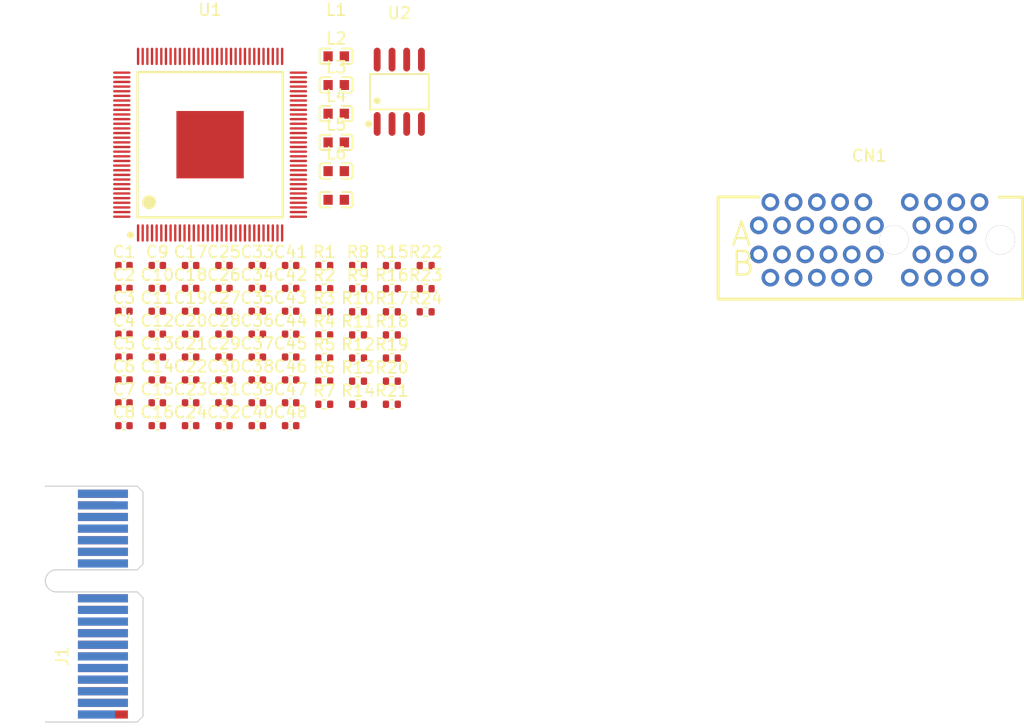
<source format=kicad_pcb>
(kicad_pcb (version 20221018) (generator pcbnew)
  (layers (0 "F.Cu" signal) (31 "B.Cu" signal) (34 "B.Paste" user) (35 "F.Paste" user) (36 "B.SilkS" user "B.Silkscreen") (37 "F.SilkS" user "F.Silkscreen") (38 "B.Mask" user) (39 "F.Mask" user) (44 "Edge.Cuts" user))
  (net 0 "")
  (net 1 "GND")
  (net 2 "/PCIE_SWITCH/+1.0V")
  (net 3 "/PCIE_SWITCH/+CVDDR")
  (net 4 "/PCIE_SWITCH/3.3V_PCIE")
  (net 5 "/PCIE_SWITCH/PCIE_RX_P")
  (net 6 "/PCIE_SWITCH/PET(0)_P")
  (net 7 "/PCIE_SWITCH/PCIE_RX_N")
  (net 8 "/PCIE_SWITCH/PET(0)_N")
  (net 9 "/PCIE_SWITCH/+VDDCAUX")
  (net 10 "/PCIE_SWITCH/+AVDDH")
  (net 11 "/PCIE_SWITCH/+AVDD")
  (net 12 "/PCIE_SWITCH/+VAUX")
  (net 13 "/PCIE_SWITCH/U1-REFLCOK_P")
  (net 14 "/PCIE_SWITCH/REFCLKO0_P")
  (net 15 "/PCIE_SWITCH/U1-REFLCOK_N")
  (net 16 "/PCIE_SWITCH/REFCLKO0_N")
  (net 17 "/PCIE_SWITCH/PET(1)_P")
  (net 18 "/PCIE_SWITCH/PCIe_TX_P(1)")
  (net 19 "/PCIE_SWITCH/PET(2)_P")
  (net 20 "/PCIE_SWITCH/PCIe_TX_P(2)")
  (net 21 "/PCIE_SWITCH/REFCLK(2)_N")
  (net 22 "/PCIE_SWITCH/REFCLCK_N(2)")
  (net 23 "/PCIE_SWITCH/PET(3)_P")
  (net 24 "/PCIE_SWITCH/PCIe_TX_P(3)")
  (net 25 "/PCIE_SWITCH/REFCLK(3)_N")
  (net 26 "/PCIE_SWITCH/REFCLCK_N(3)")
  (net 27 "/PCIE_SWITCH/REFCLK(1)_N")
  (net 28 "/PCIE_SWITCH/REFCLCK_N(1)")
  (net 29 "/PCIE_SWITCH/REFCLK(2)_P")
  (net 30 "/PCIE_SWITCH/REFCLCK_P(2)")
  (net 31 "/PCIE_SWITCH/REFCLK(3)_P")
  (net 32 "/PCIE_SWITCH/REFCLCK_P(3)")
  (net 33 "/PCIE_SWITCH/PET(1)_N")
  (net 34 "/PCIE_SWITCH/PCIe_TX_N(1)")
  (net 35 "/PCIE_SWITCH/REFCLK(1)_P")
  (net 36 "/PCIE_SWITCH/REFCLCK_P(1)")
  (net 37 "/PCIE_SWITCH/PET(2)_N")
  (net 38 "/PCIE_SWITCH/PCIe_TX_N(2)")
  (net 39 "/PCIE_SWITCH/PET(3)_N")
  (net 40 "/PCIE_SWITCH/PCIe_TX_N(3)")
  (net 42 "/PCIE_UPSTREAM/12V-PCIE")
  (net 47 "/PCIE_UPSTREAM/3.3V-PCIE")
  (net 48 "/PCIE_DOWNSTREAM/+12V")
  (net 50 "/PCIE_DOWNSTREAM/+3.3V")
  (net 51 "/PCIE_DOWNSTREAM/+3.3VAux")
  (net 52 "/PCIE_DOWNSTREAM/PCIE_n_CLK_REQ")
  (net 57 "/PCIE_DOWNSTREAM/PCIE_TX_P")
  (net 61 "/PCIE_SWITCH/+3.3V")
  (net 62 "/PCIE_SWITCH/CLOCKREQ_(0)")
  (net 63 "Net-(U1-TEST1)")
  (net 64 "Net-(U1-TEST2)")
  (net 65 "Net-(U1-TEST3)")
  (net 66 "Net-(U1-TEST5)")
  (net 67 "Net-(U1-SLOTCLK)")
  (net 68 "Net-(U1-GPIO[5])")
  (net 69 "Net-(U1-GPIO[6])")
  (net 70 "Net-(U1-GPIO[7])")
  (net 71 "Net-(U1-TEST6)")
  (net 72 "Net-(U1-PL_512B)")
  (net 73 "Net-(U1-PRSNT[1])")
  (net 74 "Net-(U1-PRSNT[2])")
  (net 75 "Net-(U1-PRSNT[3])")
  (net 76 "Net-(U1-IREF)")
  (net 77 "Net-(U1-REXT)")
  (net 78 "Net-(U1-REXT_GND)")
  (net 79 "Net-(U1-TRST_L)")
  (net 80 "Net-(U1-TMS)")
  (net 81 "/PCIE_SWITCH/EEPD")
  (net 82 "/PCIE_SWITCH/EECLK")
  (net 83 "/PCIE_SWITCH/CLOCKREQ_(1)")
  (net 84 "/PCIE_SWITCH/CLOCKREQ_(2)")
  (net 85 "/PCIE_SWITCH/CLOCKREQ_(3)")
  (net 86 "Net-(U2-~{WC})")
  (net 87 "/PCIE_SWITCH/DWNRST_L(1)")
  (net 88 "/PCIE_SWITCH/DWNRST_L(2)")
  (net 89 "/PCIE_SWITCH/DWNRST_L(3)")
  (net 90 "/PCIE_SWITCH/PERST_L")
  (net 94 "/PCIE_SWITCH/IO_SCL")
  (net 95 "/PCIE_SWITCH/IO_SDA")
  (net 116 "/PCIE_SWITCH/REFCLK(0)_N")
  (net 117 "/PCIE_SWITCH/REFCLK(0)_P")
  (net 121 "/PCIE_SWITCH/PER(1)_P")
  (net 122 "/PCIE_SWITCH/PER(1)_N")
  (net 123 "/PCIE_SWITCH/PER(2)_P")
  (net 124 "/PCIE_SWITCH/PER(2)_N")
  (net 126 "/PCIE_SWITCH/PER(3)_N")
  (net 127 "/PCIE_SWITCH/PER(3)_P")
  (net 128 "/PCIE_SWITCH/PER(0)_N")
  (net 129 "/PCIE_SWITCH/PER(0)_P")
  (net 133 "/PCIE_DOWNSTREAM/PCIE_TX_N")
  (net 135 "/PCIE_DOWNSTREAM/PCIE_RX_N")
  (net 136 "/PCIE_DOWNSTREAM/PCIE_RX_P")
  (net 137 "/PCIE_DOWNSTREAM/REF_CLK_N")
  (net 138 "/PCIE_DOWNSTREAM/REF_CLK_P")
  (net 139 "/PCIE_DOWNSTREAM/PCIE_N_RESET")
  (net 142 "/PCIE_SWITCH/1.0Vaux")
  (net 143 "/PCIE_SWITCH/3.3Vaux")
  (footprint "Capacitor_SMD:C_0402_1005Metric" (layer "F.Cu") (at 78.2 74.7)
    (fp_text reference "C22" (at 0 -1.16) (layer "F.SilkS"))
    (fp_text value "100n")
    (pad "1" smd roundrect (at -0.48 0) (size 0.56 0.62) (layers "F.Cu" "F.Paste" "F.Mask") (net 1 "GND"))
    (pad "2" smd roundrect (at 0.48 0) (size 0.56 0.62) (layers "F.Cu" "F.Paste" "F.Mask") (net 2 "/PCIE_SWITCH/+1.0V"))
  )
  (footprint "Resistor_SMD:R_0402_1005Metric" (layer "F.Cu") (at 89.7 68.84)
    (fp_text reference "R3" (at 0 -1.17) (layer "F.SilkS"))
    (fp_text value "5.1k")
    (pad "1" smd roundrect (at -0.51 0) (size 0.54 0.64) (layers "F.Cu" "F.Paste" "F.Mask") (net 4 "/PCIE_SWITCH/3.3V_PCIE"))
    (pad "2" smd roundrect (at 0.51 0) (size 0.54 0.64) (layers "F.Cu" "F.Paste" "F.Mask") (net 64 "Net-(U1-TEST2)"))
  )
  (footprint "Capacitor_SMD:C_0402_1005Metric" (layer "F.Cu") (at 83.94 68.79)
    (fp_text reference "C35" (at 0 -1.16) (layer "F.SilkS"))
    (fp_text value "100n")
    (pad "1" smd roundrect (at -0.48 0) (size 0.56 0.62) (layers "F.Cu" "F.Paste" "F.Mask") (net 15 "/PCIE_SWITCH/U1-REFLCOK_N"))
    (pad "2" smd roundrect (at 0.48 0) (size 0.56 0.62) (layers "F.Cu" "F.Paste" "F.Mask") (net 16 "/PCIE_SWITCH/REFCLKO0_N"))
  )
  (footprint "Capacitor_SMD:C_0402_1005Metric" (layer "F.Cu") (at 86.81 66.82)
    (fp_text reference "C42" (at 0 -1.16) (layer "F.SilkS"))
    (fp_text value "100n")
    (pad "1" smd roundrect (at -0.48 0) (size 0.56 0.62) (layers "F.Cu" "F.Paste" "F.Mask") (net 29 "/PCIE_SWITCH/REFCLK(2)_P"))
    (pad "2" smd roundrect (at 0.48 0) (size 0.56 0.62) (layers "F.Cu" "F.Paste" "F.Mask") (net 30 "/PCIE_SWITCH/REFCLCK_P(2)"))
  )
  (footprint "Resistor_SMD:R_0402_1005Metric" (layer "F.Cu") (at 89.7 74.81)
    (fp_text reference "R6" (at 0 -1.17) (layer "F.SilkS"))
    (fp_text value "330")
    (pad "1" smd roundrect (at -0.51 0) (size 0.54 0.64) (layers "F.Cu" "F.Paste" "F.Mask") (net 4 "/PCIE_SWITCH/3.3V_PCIE"))
    (pad "2" smd roundrect (at 0.51 0) (size 0.54 0.64) (layers "F.Cu" "F.Paste" "F.Mask") (net 67 "Net-(U1-SLOTCLK)"))
  )
  (footprint "NEW:L0603" (layer "F.Cu") (at 90.73 59.2)
    (fp_text reference "L6" (at 0 -4) (layer "F.SilkS"))
    (fp_text value "MPZ1608D101BTA00")
    (pad "1" smd rect (at -0.7 0 180) (size 0.8 0.86) (layers "F.Cu" "F.Paste" "F.Mask") (net 11 "/PCIE_SWITCH/+AVDD"))
    (pad "2" smd rect (at 0.7 0 180) (size 0.8 0.86) (layers "F.Cu" "F.Paste" "F.Mask") (net 2 "/PCIE_SWITCH/+1.0V"))
  )
  (footprint "Capacitor_SMD:C_0402_1005Metric" (layer "F.Cu") (at 72.46 78.64)
    (fp_text reference "C8" (at 0 -1.16) (layer "F.SilkS"))
    (fp_text value "100n")
    (pad "1" smd roundrect (at -0.48 0) (size 0.56 0.62) (layers "F.Cu" "F.Paste" "F.Mask") (net 3 "/PCIE_SWITCH/+CVDDR"))
    (pad "2" smd roundrect (at 0.48 0) (size 0.56 0.62) (layers "F.Cu" "F.Paste" "F.Mask") (net 1 "GND"))
  )
  (footprint "Resistor_SMD:R_0402_1005Metric" (layer "F.Cu") (at 89.7 66.85)
    (fp_text reference "R2" (at 0 -1.17) (layer "F.SilkS"))
    (fp_text value "5.1k")
    (pad "1" smd roundrect (at -0.51 0) (size 0.54 0.64) (layers "F.Cu" "F.Paste" "F.Mask") (net 4 "/PCIE_SWITCH/3.3V_PCIE"))
    (pad "2" smd roundrect (at 0.51 0) (size 0.54 0.64) (layers "F.Cu" "F.Paste" "F.Mask") (net 63 "Net-(U1-TEST1)"))
  )
  (footprint "Capacitor_SMD:C_0402_1005Metric" (layer "F.Cu") (at 72.46 76.67)
    (fp_text reference "C7" (at 0 -1.16) (layer "F.SilkS"))
    (fp_text value "100n")
    (pad "1" smd roundrect (at -0.48 0) (size 0.56 0.62) (layers "F.Cu" "F.Paste" "F.Mask") (net 1 "GND"))
    (pad "2" smd roundrect (at 0.48 0) (size 0.56 0.62) (layers "F.Cu" "F.Paste" "F.Mask") (net 2 "/PCIE_SWITCH/+1.0V"))
  )
  (footprint "Capacitor_SMD:C_0402_1005Metric" (layer "F.Cu") (at 72.46 74.7)
    (fp_text reference "C6" (at 0 -1.16) (layer "F.SilkS"))
    (fp_text value "100n")
    (pad "1" smd roundrect (at -0.48 0) (size 0.56 0.62) (layers "F.Cu" "F.Paste" "F.Mask") (net 4 "/PCIE_SWITCH/3.3V_PCIE"))
    (pad "2" smd roundrect (at 0.48 0) (size 0.56 0.62) (layers "F.Cu" "F.Paste" "F.Mask") (net 1 "GND"))
  )
  (footprint "NEW:L0603" (layer "F.Cu") (at 90.73 56.73)
    (fp_text reference "L5" (at 0 -4) (layer "F.SilkS"))
    (fp_text value "MPZ1608D101BTA00")
    (pad "1" smd rect (at -0.7 0 180) (size 0.8 0.86) (layers "F.Cu" "F.Paste" "F.Mask") (net 12 "/PCIE_SWITCH/+VAUX"))
    (pad "2" smd rect (at 0.7 0 180) (size 0.8 0.86) (layers "F.Cu" "F.Paste" "F.Mask") (net 143 "/PCIE_SWITCH/3.3Vaux"))
  )
  (footprint "Capacitor_SMD:C_0402_1005Metric" (layer "F.Cu") (at 86.81 70.76)
    (fp_text reference "C44" (at 0 -1.16) (layer "F.SilkS"))
    (fp_text value "100n")
    (pad "1" smd roundrect (at -0.48 0) (size 0.56 0.62) (layers "F.Cu" "F.Paste" "F.Mask") (net 33 "/PCIE_SWITCH/PET(1)_N"))
    (pad "2" smd roundrect (at 0.48 0) (size 0.56 0.62) (layers "F.Cu" "F.Paste" "F.Mask") (net 34 "/PCIE_SWITCH/PCIe_TX_N(1)"))
  )
  (footprint "Capacitor_SMD:C_0402_1005Metric" (layer "F.Cu") (at 75.33 76.67)
    (fp_text reference "C15" (at 0 -1.16) (layer "F.SilkS"))
    (fp_text value "100n")
    (pad "1" smd roundrect (at -0.48 0) (size 0.56 0.62) (layers "F.Cu" "F.Paste" "F.Mask") (net 7 "/PCIE_SWITCH/PCIE_RX_N"))
    (pad "2" smd roundrect (at 0.48 0) (size 0.56 0.62) (layers "F.Cu" "F.Paste" "F.Mask") (net 8 "/PCIE_SWITCH/PET(0)_N"))
  )
  (footprint "Capacitor_SMD:C_0402_1005Metric" (layer "F.Cu") (at 75.33 72.73)
    (fp_text reference "C13" (at 0 -1.16) (layer "F.SilkS"))
    (fp_text value "100n")
    (pad "1" smd roundrect (at -0.48 0) (size 0.56 0.62) (layers "F.Cu" "F.Paste" "F.Mask") (net 1 "GND"))
    (pad "2" smd roundrect (at 0.48 0) (size 0.56 0.62) (layers "F.Cu" "F.Paste" "F.Mask") (net 2 "/PCIE_SWITCH/+1.0V"))
  )
  (footprint "Resistor_SMD:R_0402_1005Metric" (layer "F.Cu") (at 92.61 74.81)
    (fp_text reference "R13" (at 0 -1.17) (layer "F.SilkS"))
    (fp_text value "1k")
    (pad "1" smd roundrect (at -0.51 0) (size 0.54 0.64) (layers "F.Cu" "F.Paste" "F.Mask") (net 1 "GND"))
    (pad "2" smd roundrect (at 0.51 0) (size 0.54 0.64) (layers "F.Cu" "F.Paste" "F.Mask") (net 74 "Net-(U1-PRSNT[2])"))
  )
  (footprint "Capacitor_SMD:C_0402_1005Metric" (layer "F.Cu") (at 78.2 68.79)
    (fp_text reference "C19" (at 0 -1.16) (layer "F.SilkS"))
    (fp_text value "100n")
    (pad "1" smd roundrect (at -0.48 0) (size 0.56 0.62) (layers "F.Cu" "F.Paste" "F.Mask") (net 9 "/PCIE_SWITCH/+VDDCAUX"))
    (pad "2" smd roundrect (at 0.48 0) (size 0.56 0.62) (layers "F.Cu" "F.Paste" "F.Mask") (net 1 "GND"))
  )
  (footprint "Resistor_SMD:R_0402_1005Metric" (layer "F.Cu") (at 95.52 70.83)
    (fp_text reference "R18" (at 0 -1.17) (layer "F.SilkS"))
    (fp_text value "330")
    (pad "1" smd roundrect (at -0.51 0) (size 0.54 0.64) (layers "F.Cu" "F.Paste" "F.Mask") (net 80 "Net-(U1-TMS)"))
    (pad "2" smd roundrect (at 0.51 0) (size 0.54 0.64) (layers "F.Cu" "F.Paste" "F.Mask") (net 1 "GND"))
  )
  (footprint "Resistor_SMD:R_0402_1005Metric" (layer "F.Cu") (at 95.52 68.84)
    (fp_text reference "R17" (at 0 -1.17) (layer "F.SilkS"))
    (fp_text value "330")
    (pad "1" smd roundrect (at -0.51 0) (size 0.54 0.64) (layers "F.Cu" "F.Paste" "F.Mask") (net 79 "Net-(U1-TRST_L)"))
    (pad "2" smd roundrect (at 0.51 0) (size 0.54 0.64) (layers "F.Cu" "F.Paste" "F.Mask") (net 1 "GND"))
  )
  (footprint "Capacitor_SMD:C_0402_1005Metric" (layer "F.Cu") (at 81.07 72.73)
    (fp_text reference "C29" (at 0 -1.16) (layer "F.SilkS"))
    (fp_text value "100n")
    (pad "1" smd roundrect (at -0.48 0) (size 0.56 0.62) (layers "F.Cu" "F.Paste" "F.Mask") (net 11 "/PCIE_SWITCH/+AVDD"))
    (pad "2" smd roundrect (at 0.48 0) (size 0.56 0.62) (layers "F.Cu" "F.Paste" "F.Mask") (net 1 "GND"))
  )
  (footprint "Capacitor_SMD:C_0402_1005Metric" (layer "F.Cu") (at 75.33 78.64)
    (fp_text reference "C16" (at 0 -1.16) (layer "F.SilkS"))
    (fp_text value "100n")
    (pad "1" smd roundrect (at -0.48 0) (size 0.56 0.62) (layers "F.Cu" "F.Paste" "F.Mask") (net 4 "/PCIE_SWITCH/3.3V_PCIE"))
    (pad "2" smd roundrect (at 0.48 0) (size 0.56 0.62) (layers "F.Cu" "F.Paste" "F.Mask") (net 1 "GND"))
  )
  (footprint "Capacitor_SMD:C_0402_1005Metric" (layer "F.Cu") (at 86.81 76.67)
    (fp_text reference "C47" (at 0 -1.16) (layer "F.SilkS"))
    (fp_text value "100n")
    (pad "1" smd roundrect (at -0.48 0) (size 0.56 0.62) (layers "F.Cu" "F.Paste" "F.Mask") (net 39 "/PCIE_SWITCH/PET(3)_N"))
    (pad "2" smd roundrect (at 0.48 0) (size 0.56 0.62) (layers "F.Cu" "F.Paste" "F.Mask") (net 40 "/PCIE_SWITCH/PCIe_TX_N(3)"))
  )
  (footprint "Capacitor_SMD:C_0402_1005Metric" (layer "F.Cu") (at 83.94 64.85)
    (fp_text reference "C33" (at 0 -1.16) (layer "F.SilkS"))
    (fp_text value "10u")
    (pad "1" smd roundrect (at -0.48 0) (size 0.56 0.62) (layers "F.Cu" "F.Paste" "F.Mask") (net 11 "/PCIE_SWITCH/+AVDD"))
    (pad "2" smd roundrect (at 0.48 0) (size 0.56 0.62) (layers "F.Cu" "F.Paste" "F.Mask") (net 1 "GND"))
  )
  (footprint "Capacitor_SMD:C_0402_1005Metric" (layer "F.Cu") (at 72.46 70.76)
    (fp_text reference "C4" (at 0 -1.16) (layer "F.SilkS"))
    (fp_text value "100n")
    (pad "1" smd roundrect (at -0.48 0) (size 0.56 0.62) (layers "F.Cu" "F.Paste" "F.Mask") (net 1 "GND"))
    (pad "2" smd roundrect (at 0.48 0) (size 0.56 0.62) (layers "F.Cu" "F.Paste" "F.Mask") (net 2 "/PCIE_SWITCH/+1.0V"))
  )
  (footprint "Resistor_SMD:R_0402_1005Metric" (layer "F.Cu") (at 92.61 64.86)
    (fp_text reference "R8" (at 0 -1.17) (layer "F.SilkS"))
    (fp_text value "10k")
    (pad "1" smd roundrect (at -0.51 0) (size 0.54 0.64) (layers "F.Cu" "F.Paste" "F.Mask") (net 69 "Net-(U1-GPIO[6])"))
    (pad "2" smd roundrect (at 0.51 0) (size 0.54 0.64) (layers "F.Cu" "F.Paste" "F.Mask") (net 1 "GND"))
  )
  (footprint "Capacitor_SMD:C_0402_1005Metric" (layer "F.Cu") (at 81.07 78.64)
    (fp_text reference "C32" (at 0 -1.16) (layer "F.SilkS"))
    (fp_text value "100n")
    (pad "1" smd roundrect (at -0.48 0) (size 0.56 0.62) (layers "F.Cu" "F.Paste" "F.Mask") (net 11 "/PCIE_SWITCH/+AVDD"))
    (pad "2" smd roundrect (at 0.48 0) (size 0.56 0.62) (layers "F.Cu" "F.Paste" "F.Mask") (net 1 "GND"))
  )
  (footprint "Capacitor_SMD:C_0402_1005Metric" (layer "F.Cu") (at 75.33 70.76)
    (fp_text reference "C12" (at 0 -1.16) (layer "F.SilkS"))
    (fp_text value "100n")
    (pad "1" smd roundrect (at -0.48 0) (size 0.56 0.62) (layers "F.Cu" "F.Paste" "F.Mask") (net 4 "/PCIE_SWITCH/3.3V_PCIE"))
    (pad "2" smd roundrect (at 0.48 0) (size 0.56 0.62) (layers "F.Cu" "F.Paste" "F.Mask") (net 1 "GND"))
  )
  (footprint "Capacitor_SMD:C_0402_1005Metric" (layer "F.Cu") (at 75.33 66.82)
    (fp_text reference "C10" (at 0 -1.16) (layer "F.SilkS"))
    (fp_text value "100n")
    (pad "1" smd roundrect (at -0.48 0) (size 0.56 0.62) (layers "F.Cu" "F.Paste" "F.Mask") (net 1 "GND"))
    (pad "2" smd roundrect (at 0.48 0) (size 0.56 0.62) (layers "F.Cu" "F.Paste" "F.Mask") (net 2 "/PCIE_SWITCH/+1.0V"))
  )
  (footprint "Capacitor_SMD:C_0402_1005Metric" (layer "F.Cu") (at 72.46 66.82)
    (fp_text reference "C2" (at 0 -1.16) (layer "F.SilkS"))
    (fp_text value "100n")
    (pad "1" smd roundrect (at -0.48 0) (size 0.56 0.62) (layers "F.Cu" "F.Paste" "F.Mask") (net 3 "/PCIE_SWITCH/+CVDDR"))
    (pad "2" smd roundrect (at 0.48 0) (size 0.56 0.62) (layers "F.Cu" "F.Paste" "F.Mask") (net 1 "GND"))
  )
  (footprint "Capacitor_SMD:C_0402_1005Metric" (layer "F.Cu") (at 72.46 64.85)
    (fp_text reference "C1" (at 0 -1.16) (layer "F.SilkS"))
    (fp_text value "100n")
    (pad "1" smd roundrect (at -0.48 0) (size 0.56 0.62) (layers "F.Cu" "F.Paste" "F.Mask") (net 1 "GND"))
    (pad "2" smd roundrect (at 0.48 0) (size 0.56 0.62) (layers "F.Cu" "F.Paste" "F.Mask") (net 2 "/PCIE_SWITCH/+1.0V"))
  )
  (footprint "Capacitor_SMD:C_0402_1005Metric" (layer "F.Cu") (at 83.94 74.7)
    (fp_text reference "C38" (at 0 -1.16) (layer "F.SilkS"))
    (fp_text value "100n")
    (pad "1" smd roundrect (at -0.48 0) (size 0.56 0.62) (layers "F.Cu" "F.Paste" "F.Mask") (net 21 "/PCIE_SWITCH/REFCLK(2)_N"))
    (pad "2" smd roundrect (at 0.48 0) (size 0.56 0.62) (layers "F.Cu" "F.Paste" "F.Mask") (net 22 "/PCIE_SWITCH/REFCLCK_N(2)"))
  )
  (footprint "Capacitor_SMD:C_0402_1005Metric" (layer "F.Cu") (at 81.07 74.7)
    (fp_text reference "C30" (at 0 -1.16) (layer "F.SilkS"))
    (fp_text value "100n")
    (pad "1" smd roundrect (at -0.48 0) (size 0.56 0.62) (layers "F.Cu" "F.Paste" "F.Mask") (net 12 "/PCIE_SWITCH/+VAUX"))
    (pad "2" smd roundrect (at 0.48 0) (size 0.56 0.62) (layers "F.Cu" "F.Paste" "F.Mask") (net 1 "GND"))
  )
  (footprint "Resistor_SMD:R_0402_1005Metric" (layer "F.Cu") (at 89.7 76.8)
    (fp_text reference "R7" (at 0 -1.17) (layer "F.SilkS"))
    (fp_text value "10k")
    (pad "1" smd roundrect (at -0.51 0) (size 0.54 0.64) (layers "F.Cu" "F.Paste" "F.Mask") (net 68 "Net-(U1-GPIO[5])"))
    (pad "2" smd roundrect (at 0.51 0) (size 0.54 0.64) (layers "F.Cu" "F.Paste" "F.Mask") (net 1 "GND"))
  )
  (footprint "Resistor_SMD:R_0402_1005Metric" (layer "F.Cu") (at 92.61 66.85)
    (fp_text reference "R9" (at 0 -1.17) (layer "F.SilkS"))
    (fp_text value "10k")
    (pad "1" smd roundrect (at -0.51 0) (size 0.54 0.64) (layers "F.Cu" "F.Paste" "F.Mask") (net 70 "Net-(U1-GPIO[7])"))
    (pad "2" smd roundrect (at 0.51 0) (size 0.54 0.64) (layers "F.Cu" "F.Paste" "F.Mask") (net 1 "GND"))
  )
  (footprint "Resistor_SMD:R_0402_1005Metric" (layer "F.Cu") (at 98.43 64.86)
    (fp_text reference "R22" (at 0 -1.17) (layer "F.SilkS"))
    (fp_text value "330")
    (pad "1" smd roundrect (at -0.51 0) (size 0.54 0.64) (layers "F.Cu" "F.Paste" "F.Mask") (net 84 "/PCIE_SWITCH/CLOCKREQ_(2)"))
    (pad "2" smd roundrect (at 0.51 0) (size 0.54 0.64) (layers "F.Cu" "F.Paste" "F.Mask") (net 1 "GND"))
  )
  (footprint "Resistor_SMD:R_0402_1005Metric" (layer "F.Cu") (at 95.52 76.8)
    (fp_text reference "R21" (at 0 -1.17) (layer "F.SilkS"))
    (fp_text value "330")
    (pad "1" smd roundrect (at -0.51 0) (size 0.54 0.64) (layers "F.Cu" "F.Paste" "F.Mask") (net 83 "/PCIE_SWITCH/CLOCKREQ_(1)"))
    (pad "2" smd roundrect (at 0.51 0) (size 0.54 0.64) (layers "F.Cu" "F.Paste" "F.Mask") (net 1 "GND"))
  )
  (footprint "Connector_PCBEdge:BUS_PCIexpress_x1" (layer "F.Cu") (at 70.65 103.5 90)
    (fp_text reference "J1" (at 5 -3.5 90) (layer "F.SilkS"))
    (fp_text value "Bus_PCI_Express_x1")
    (fp_line (start -0.65 -4.95) (end -0.65 2.95) (stroke (width 0.1)) (layer "Edge.Cuts"))
    (fp_line (start -0.65 2.95) (end -0.15 3.45) (stroke (width 0.1)) (layer "Edge.Cuts"))
    (fp_line (start -0.15 3.45) (end 10.05 3.45) (stroke (width 0.1)) (layer "Edge.Cuts"))
    (fp_line (start 10.55 -4) (end 10.55 2.95) (stroke (width 0.1)) (layer "Edge.Cuts"))
    (fp_line (start 10.55 2.95) (end 10.05 3.45) (stroke (width 0.1)) (layer "Edge.Cuts"))
    (fp_line (start 12.45 -4) (end 12.45 2.95) (stroke (width 0.1)) (layer "Edge.Cuts"))
    (fp_line (start 12.45 2.95) (end 12.95 3.45) (stroke (width 0.1)) (layer "Edge.Cuts"))
    (fp_line (start 12.95 3.45) (end 19.15 3.45) (stroke (width 0.1)) (layer "Edge.Cuts"))
    (fp_line (start 19.65 -4.95) (end 19.65 2.95) (stroke (width 0.1)) (layer "Edge.Cuts"))
    (fp_line (start 19.65 2.95) (end 19.15 3.45) (stroke (width 0.1)) (layer "Edge.Cuts"))
    (fp_arc (start 10.55 -4) (mid 11.5 -4.95) (end 12.45 -4) (stroke (width 0.1)) (layer "Edge.Cuts"))
    (pad "A1" connect rect (at 0 -0.55 90) (size 0.7 3.2) (layers "B.Cu" "B.Mask"))
    (pad "A2" connect rect (at 1 0 90) (size 0.7 4.3) (layers "B.Cu" "B.Mask") (net 42 "/PCIE_UPSTREAM/12V-PCIE"))
    (pad "A3" connect rect (at 2 0 90) (size 0.7 4.3) (layers "B.Cu" "B.Mask") (net 42 "/PCIE_UPSTREAM/12V-PCIE"))
    (pad "A4" connect rect (at 3 0 90) (size 0.7 4.3) (layers "B.Cu" "B.Mask") (net 1 "GND"))
    (pad "A5" connect rect (at 4 0 90) (size 0.7 4.3) (layers "B.Cu" "B.Mask"))
    (pad "A6" connect rect (at 5 0 90) (size 0.7 4.3) (layers "B.Cu" "B.Mask"))
    (pad "A7" connect rect (at 6 0 90) (size 0.7 4.3) (layers "B.Cu" "B.Mask"))
    (pad "A8" connect rect (at 7 0 90) (size 0.7 4.3) (layers "B.Cu" "B.Mask"))
    (pad "A9" connect rect (at 8 0 90) (size 0.7 4.3) (layers "B.Cu" "B.Mask") (net 47 "/PCIE_UPSTREAM/3.3V-PCIE"))
    (pad "A10" connect rect (at 9 0 90) (size 0.7 4.3) (layers "B.Cu" "B.Mask") (net 47 "/PCIE_UPSTREAM/3.3V-PCIE"))
    (pad "A11" connect rect (at 10 0 90) (size 0.7 4.3) (layers "B.Cu" "B.Mask") (net 90 "/PCIE_SWITCH/PERST_L"))
    (pad "A12" connect rect (at 13 0 90) (size 0.7 4.3) (layers "B.Cu" "B.Mask") (net 1 "GND"))
    (pad "A13" connect rect (at 14 0 90) (size 0.7 4.3) (layers "B.Cu" "B.Mask") (net 116 "/PCIE_SWITCH/REFCLK(0)_N"))
    (pad "A14" connect rect (at 15 0 90) (size 0.7 4.3) (layers "B.Cu" "B.Mask") (net 117 "/PCIE_SWITCH/REFCLK(0)_P"))
    (pad "A15" connect rect (at 16 0 90) (size 0.7 4.3) (layers "B.Cu" "B.Mask") (net 1 "GND"))
    (pad "A16" connect rect (at 17 0 90) (size 0.7 4.3) (layers "B.Cu" "B.Mask") (net 129 "/PCIE_SWITCH/PER(0)_P"))
    (pad "A17" connect rect (at 18 0 90) (size 0.7 4.3) (layers "B.Cu" "B.Mask") (net 128 "/PCIE_SWITCH/PER(0)_N"))
    (pad "A18" connect rect (at 19 0 90) (size 0.7 4.3) (layers "B.Cu" "B.Mask") (net 1 "GND"))
    (pad "B1" connect rect (at 0 0 90) (size 0.7 4.3) (layers "F.Cu" "F.Mask") (net 42 "/PCIE_UPSTREAM/12V-PCIE"))
    (pad "B2" connect rect (at 1 0 90) (size 0.7 4.3) (layers "F.Cu" "F.Mask") (net 42 "/PCIE_UPSTREAM/12V-PCIE"))
    (pad "B3" connect rect (at 2 0 90) (size 0.7 4.3) (layers "F.Cu" "F.Mask") (net 42 "/PCIE_UPSTREAM/12V-PCIE"))
    (pad "B4" connect rect (at 3 0 90) (size 0.7 4.3) (layers "F.Cu" "F.Mask") (net 1 "GND"))
    (pad "B5" connect rect (at 4 0 90) (size 0.7 4.3) (layers "F.Cu" "F.Mask"))
    (pad "B6" connect rect (at 5 0 90) (size 0.7 4.3) (layers "F.Cu" "F.Mask"))
    (pad "B7" connect rect (at 6 0 90) (size 0.7 4.3) (layers "F.Cu" "F.Mask") (net 1 "GND"))
    (pad "B8" connect rect (at 7 0 90) (size 0.7 4.3) (layers "F.Cu" "F.Mask") (net 47 "/PCIE_UPSTREAM/3.3V-PCIE"))
    (pad "B9" connect rect (at 8 0 90) (size 0.7 4.3) (layers "F.Cu" "F.Mask"))
    (pad "B10" connect rect (at 9 0 90) (size 0.7 4.3) (layers "F.Cu" "F.Mask") (net 47 "/PCIE_UPSTREAM/3.3V-PCIE"))
    (pad "B11" connect rect (at 10 0 90) (size 0.7 4.3) (layers "F.Cu" "F.Mask"))
    (pad "B12" connect rect (at 13 0 90) (size 0.7 4.3) (layers "F.Cu" "F.Mask") (net 62 "/PCIE_SWITCH/CLOCKREQ_(0)"))
    (pad "B13" connect rect (at 14 0 90) (size 0.7 4.3) (layers "F.Cu" "F.Mask") (net 1 "GND"))
    (pad "B14" connect rect (at 15 0 90) (size 0.7 4.3) (layers "F.Cu" "F.Mask") (net 5 "/PCIE_SWITCH/PCIE_RX_P"))
    (pad "B15" connect rect (at 16 0 90) (size 0.7 4.3) (layers "F.Cu" "F.Mask") (net 7 "/PCIE_SWITCH/PCIE_RX_N"))
    (pad "B16" connect rect (at 17 0 90) (size 0.7 4.3) (layers "F.Cu" "F.Mask") (net 1 "GND"))
    (pad "B17" connect rect (at 18 -0.55 90) (size 0.7 3.2) (layers "F.Cu" "F.Mask"))
    (pad "B18" connect rect (at 19 0 90) (size 0.7 4.3) (layers "F.Cu" "F.Mask") (net 1 "GND"))
  )
  (footprint "Resistor_SMD:R_0402_1005Metric" (layer "F.Cu") (at 95.52 72.82)
    (fp_text reference "R19" (at 0 -1.17) (layer "F.SilkS"))
    (fp_text value "5.1k")
    (pad "1" smd roundrect (at -0.51 0) (size 0.54 0.64) (layers "F.Cu" "F.Paste" "F.Mask") (net 4 "/PCIE_SWITCH/3.3V_PCIE"))
    (pad "2" smd roundrect (at 0.51 0) (size 0.54 0.64) (layers "F.Cu" "F.Paste" "F.Mask") (net 81 "/PCIE_SWITCH/EEPD"))
  )
  (footprint "Capacitor_SMD:C_0402_1005Metric" (layer "F.Cu") (at 86.81 68.79)
    (fp_text reference "C43" (at 0 -1.16) (layer "F.SilkS"))
    (fp_text value "100n")
    (pad "1" smd roundrect (at -0.48 0) (size 0.56 0.62) (layers "F.Cu" "F.Paste" "F.Mask") (net 31 "/PCIE_SWITCH/REFCLK(3)_P"))
    (pad "2" smd roundrect (at 0.48 0) (size 0.56 0.62) (layers "F.Cu" "F.Paste" "F.Mask") (net 32 "/PCIE_SWITCH/REFCLCK_P(3)"))
  )
  (footprint "Resistor_SMD:R_0402_1005Metric" (layer "F.Cu") (at 98.43 66.85)
    (fp_text reference "R23" (at 0 -1.17) (layer "F.SilkS"))
    (fp_text value "330")
    (pad "1" smd roundrect (at -0.51 0) (size 0.54 0.64) (layers "F.Cu" "F.Paste" "F.Mask") (net 85 "/PCIE_SWITCH/CLOCKREQ_(3)"))
    (pad "2" smd roundrect (at 0.51 0) (size 0.54 0.64) (layers "F.Cu" "F.Paste" "F.Mask") (net 1 "GND"))
  )
  (footprint "Capacitor_SMD:C_0402_1005Metric" (layer "F.Cu") (at 81.07 66.82)
    (fp_text reference "C26" (at 0 -1.16) (layer "F.SilkS"))
    (fp_text value "100n")
    (pad "1" smd roundrect (at -0.48 0) (size 0.56 0.62) (layers "F.Cu" "F.Paste" "F.Mask") (net 10 "/PCIE_SWITCH/+AVDDH"))
    (pad "2" smd roundrect (at 0.48 0) (size 0.56 0.62) (layers "F.Cu" "F.Paste" "F.Mask") (net 1 "GND"))
  )
  (footprint "Capacitor_SMD:C_0402_1005Metric" (layer "F.Cu") (at 78.2 72.73)
    (fp_text reference "C21" (at 0 -1.16) (layer "F.SilkS"))
    (fp_text value "100n")
    (pad "1" smd roundrect (at -0.48 0) (size 0.56 0.62) (layers "F.Cu" "F.Paste" "F.Mask") (net 9 "/PCIE_SWITCH/+VDDCAUX"))
    (pad "2" smd roundrect (at 0.48 0) (size 0.56 0.62) (layers "F.Cu" "F.Paste" "F.Mask") (net 1 "GND"))
  )
  (footprint "NEW:L0603" (layer "F.Cu") (at 90.73 46.85)
    (fp_text reference "L1" (at 0 -4) (layer "F.SilkS"))
    (fp_text value "MPZ1608D101BTA00")
    (pad "1" smd rect (at -0.7 0 180) (size 0.8 0.86) (layers "F.Cu" "F.Paste" "F.Mask") (net 61 "/PCIE_SWITCH/+3.3V"))
    (pad "2" smd rect (at 0.7 0 180) (size 0.8 0.86) (layers "F.Cu" "F.Paste" "F.Mask") (net 4 "/PCIE_SWITCH/3.3V_PCIE"))
  )
  (footprint "Capacitor_SMD:C_0402_1005Metric" (layer "F.Cu") (at 75.33 68.79)
    (fp_text reference "C11" (at 0 -1.16) (layer "F.SilkS"))
    (fp_text value "100n")
    (pad "1" smd roundrect (at -0.48 0) (size 0.56 0.62) (layers "F.Cu" "F.Paste" "F.Mask") (net 3 "/PCIE_SWITCH/+CVDDR"))
    (pad "2" smd roundrect (at 0.48 0) (size 0.56 0.62) (layers "F.Cu" "F.Paste" "F.Mask") (net 1 "GND"))
  )
  (footprint "Resistor_SMD:R_0402_1005Metric" (layer "F.Cu") (at 95.52 64.86)
    (fp_text reference "R15" (at 0 -1.17) (layer "F.SilkS"))
    (fp_text value "475")
    (pad "1" smd roundrect (at -0.51 0) (size 0.54 0.64) (layers "F.Cu" "F.Paste" "F.Mask") (net 76 "Net-(U1-IREF)"))
    (pad "2" smd roundrect (at 0.51 0) (size 0.54 0.64) (layers "F.Cu" "F.Paste" "F.Mask") (net 1 "GND"))
  )
  (footprint "Capacitor_SMD:C_0402_1005Metric" (layer "F.Cu") (at 86.81 64.85)
    (fp_text reference "C41" (at 0 -1.16) (layer "F.SilkS"))
    (fp_text value "100n")
    (pad "1" smd roundrect (at -0.48 0) (size 0.56 0.62) (layers "F.Cu" "F.Paste" "F.Mask") (net 27 "/PCIE_SWITCH/REFCLK(1)_N"))
    (pad "2" smd roundrect (at 0.48 0) (size 0.56 0.62) (layers "F.Cu" "F.Paste" "F.Mask") (net 28 "/PCIE_SWITCH/REFCLCK_N(1)"))
  )
  (footprint "NEW:LQFP-128_L14.0-W14.0-P0.40-LS16.0-BL-EP5.8" (layer "F.Cu") (at 79.875 54.455)
    (fp_text reference "U1" (at 0 -11.6) (layer "F.SilkS"))
    (fp_text value "PI7C9X2G404SLBFDEX")
    (pad "1" smd oval (at -6.2 7.6) (size 0.2 1.5) (layers "F.Cu" "F.Paste" "F.Mask") (net 4 "/PCIE_SWITCH/3.3V_PCIE"))
    (pad "2" smd oval (at -5.8 7.6) (size 0.2 1.5) (layers "F.Cu" "F.Paste" "F.Mask") (net 1 "GND"))
    (pad "3" smd oval (at -5.4 7.6) (size 0.2 1.5) (layers "F.Cu" "F.Paste" "F.Mask") (net 2 "/PCIE_SWITCH/+1.0V"))
    (pad "4" smd oval (at -5 7.6) (size 0.2 1.5) (layers "F.Cu" "F.Paste" "F.Mask") (net 1 "GND"))
    (pad "5" smd oval (at -4.6 7.6) (size 0.2 1.5) (layers "F.Cu" "F.Paste" "F.Mask") (net 87 "/PCIE_SWITCH/DWNRST_L(1)"))
    (pad "6" smd oval (at -4.2 7.6) (size 0.2 1.5) (layers "F.Cu" "F.Paste" "F.Mask") (net 88 "/PCIE_SWITCH/DWNRST_L(2)"))
    (pad "7" smd oval (at -3.8 7.6) (size 0.2 1.5) (layers "F.Cu" "F.Paste" "F.Mask") (net 89 "/PCIE_SWITCH/DWNRST_L(3)"))
    (pad "8" smd oval (at -3.4 7.6) (size 0.2 1.5) (layers "F.Cu" "F.Paste" "F.Mask") (net 4 "/PCIE_SWITCH/3.3V_PCIE"))
    (pad "9" smd oval (at -3 7.6) (size 0.2 1.5) (layers "F.Cu" "F.Paste" "F.Mask") (net 63 "Net-(U1-TEST1)"))
    (pad "10" smd oval (at -2.6 7.6) (size 0.2 1.5) (layers "F.Cu" "F.Paste" "F.Mask") (net 90 "/PCIE_SWITCH/PERST_L"))
    (pad "11" smd oval (at -2.2 7.6) (size 0.2 1.5) (layers "F.Cu" "F.Paste" "F.Mask") (net 1 "GND"))
    (pad "12" smd oval (at -1.8 7.6) (size 0.2 1.5) (layers "F.Cu" "F.Paste" "F.Mask") (net 1 "GND"))
    (pad "13" smd oval (at -1.4 7.6) (size 0.2 1.5) (layers "F.Cu" "F.Paste" "F.Mask") (net 9 "/PCIE_SWITCH/+VDDCAUX"))
    (pad "14" smd oval (at -1 7.6) (size 0.2 1.5) (layers "F.Cu" "F.Paste" "F.Mask") (net 9 "/PCIE_SWITCH/+VDDCAUX"))
    (pad "15" smd oval (at -0.6 7.6) (size 0.2 1.5) (layers "F.Cu" "F.Paste" "F.Mask") (net 12 "/PCIE_SWITCH/+VAUX"))
    (pad "16" smd oval (at -0.2 7.6) (size 0.2 1.5) (layers "F.Cu" "F.Paste" "F.Mask") (net 64 "Net-(U1-TEST2)"))
    (pad "17" smd oval (at 0.2 7.6) (size 0.2 1.5) (layers "F.Cu" "F.Paste" "F.Mask") (net 65 "Net-(U1-TEST3)"))
    (pad "18" smd oval (at 0.6 7.6) (size 0.2 1.5) (layers "F.Cu" "F.Paste" "F.Mask"))
    (pad "19" smd oval (at 1 7.6) (size 0.2 1.5) (layers "F.Cu" "F.Paste" "F.Mask") (net 73 "Net-(U1-PRSNT[1])"))
    (pad "20" smd oval (at 1.4 7.6) (size 0.2 1.5) (layers "F.Cu" "F.Paste" "F.Mask") (net 74 "Net-(U1-PRSNT[2])"))
    (pad "21" smd oval (at 1.8 7.6) (size 0.2 1.5) (layers "F.Cu" "F.Paste" "F.Mask") (net 75 "Net-(U1-PRSNT[3])"))
    (pad "22" smd oval (at 2.2 7.6) (size 0.2 1.5) (layers "F.Cu" "F.Paste" "F.Mask"))
    (pad "23" smd oval (at 2.6 7.6) (size 0.2 1.5) (layers "F.Cu" "F.Paste" "F.Mask") (net 2 "/PCIE_SWITCH/+1.0V"))
    (pad "24" smd oval (at 3 7.6) (size 0.2 1.5) (layers "F.Cu" "F.Paste" "F.Mask"))
    (pad "25" smd oval (at 3.4 7.6) (size 0.2 1.5) (layers "F.Cu" "F.Paste" "F.Mask") (net 66 "Net-(U1-TEST5)"))
    (pad "26" smd oval (at 3.8 7.6) (size 0.2 1.5) (layers "F.Cu" "F.Paste" "F.Mask") (net 94 "/PCIE_SWITCH/IO_SCL"))
    (pad "27" smd oval (at 4.2 7.6) (size 0.2 1.5) (layers "F.Cu" "F.Paste" "F.Mask") (net 95 "/PCIE_SWITCH/IO_SDA"))
    (pad "28" smd oval (at 4.6 7.6) (size 0.2 1.5) (layers "F.Cu" "F.Paste" "F.Mask"))
    (pad "29" smd oval (at 5 7.6) (size 0.2 1.5) (layers "F.Cu" "F.Paste" "F.Mask") (net 2 "/PCIE_SWITCH/+1.0V"))
    (pad "30" smd oval (at 5.4 7.6) (size 0.2 1.5) (layers "F.Cu" "F.Paste" "F.Mask") (net 1 "GND"))
    (pad "31" smd oval (at 5.8 7.6) (size 0.2 1.5) (layers "F.Cu" "F.Paste" "F.Mask") (net 2 "/PCIE_SWITCH/+1.0V"))
    (pad "32" smd oval (at 6.2 7.6) (size 0.2 1.5) (layers "F.Cu" "F.Paste" "F.Mask") (net 1 "GND"))
    (pad "33" smd oval (at 7.6 6.2 90) (size 0.2 1.5) (layers "F.Cu" "F.Paste" "F.Mask") (net 67 "Net-(U1-SLOTCLK)"))
    (pad "34" smd oval (at 7.6 5.8 90) (size 0.2 1.5) (layers "F.Cu" "F.Paste" "F.Mask") (net 1 "GND"))
    (pad "35" smd oval (at 7.6 5.4 90) (size 0.2 1.5) (layers "F.Cu" "F.Paste" "F.Mask"))
    (pad "36" smd oval (at 7.6 5 90) (size 0.2 1.5) (layers "F.Cu" "F.Paste" "F.Mask"))
    (pad "37" smd oval (at 7.6 4.6 90) (size 0.2 1.5) (layers "F.Cu" "F.Paste" "F.Mask"))
    (pad "38" smd oval (at 7.6 4.2 90) (size 0.2 1.5) (layers "F.Cu" "F.Paste" "F.Mask"))
    (pad "39" smd oval (at 7.6 3.8 90) (size 0.2 1.5) (layers "F.Cu" "F.Paste" "F.Mask"))
    (pad "40" smd oval (at 7.6 3.4 90) (size 0.2 1.5) (layers "F.Cu" "F.Paste" "F.Mask") (net 2 "/PCIE_SWITCH/+1.0V"))
    (pad "41" smd oval (at 7.6 3 90) (size 0.2 1.5) (layers "F.Cu" "F.Paste" "F.Mask") (net 1 "GND"))
    (pad "42" smd oval (at 7.6 2.6 90) (size 0.2 1.5) (layers "F.Cu" "F.Paste" "F.Mask") (net 68 "Net-(U1-GPIO[5])"))
    (pad "43" smd oval (at 7.6 2.2 90) (size 0.2 1.5) (layers "F.Cu" "F.Paste" "F.Mask") (net 69 "Net-(U1-GPIO[6])"))
    (pad "44" smd oval (at 7.6 1.8 90) (size 0.2 1.5) (layers "F.Cu" "F.Paste" "F.Mask") (net 70 "Net-(U1-GPIO[7])"))
    (pad "45" smd oval (at 7.6 1.4 90) (size 0.2 1.5) (layers "F.Cu" "F.Paste" "F.Mask"))
    (pad "46" smd oval (at 7.6 1 90) (size 0.2 1.5) (layers "F.Cu" "F.Paste" "F.Mask"))
    (pad "47" smd oval (at 7.6 0.6 90) (size 0.2 1.5) (layers "F.Cu" "F.Paste" "F.Mask"))
    (pad "48" smd oval (at 7.6 0.2 90) (size 0.2 1.5) (layers "F.Cu" "F.Paste" "F.Mask"))
    (pad "49" smd oval (at 7.6 -0.2 90) (size 0.2 1.5) (layers "F.Cu" "F.Paste" "F.Mask") (net 4 "/PCIE_SWITCH/3.3V_PCIE"))
    (pad "50" smd oval (at 7.6 -0.6 90) (size 0.2 1.5) (layers "F.Cu" "F.Paste" "F.Mask") (net 1 "GND"))
    (pad "51" smd oval (at 7.6 -1 90) (size 0.2 1.5) (layers "F.Cu" "F.Paste" "F.Mask") (net 71 "Net-(U1-TEST6)"))
    (pad "52" smd oval (at 7.6 -1.4 90) (size 0.2 1.5) (layers "F.Cu" "F.Paste" "F.Mask"))
    (pad "53" smd oval (at 7.6 -1.8 90) (size 0.2 1.5) (layers "F.Cu" "F.Paste" "F.Mask") (net 72 "Net-(U1-PL_512B)"))
    (pad "54" smd oval (at 7.6 -2.2 90) (size 0.2 1.5) (layers "F.Cu" "F.Paste" "F.Mask"))
    (pad "55" smd oval (at 7.6 -2.6 90) (size 0.2 1.5) (layers "F.Cu" "F.Paste" "F.Mask") (net 2 "/PCIE_SWITCH/+1.0V"))
    (pad "56" smd oval (at 7.6 -3 90) (size 0.2 1.5) (layers "F.Cu" "F.Paste" "F.Mask") (net 1 "GND"))
    (pad "57" smd oval (at 7.6 -3.4 90) (size 0.2 1.5) (layers "F.Cu" "F.Paste" "F.Mask"))
    (pad "58" smd oval (at 7.6 -3.8 90) (size 0.2 1.5) (layers "F.Cu" "F.Paste" "F.Mask"))
    (pad "59" smd oval (at 7.6 -4.2 90) (size 0.2 1.5) (layers "F.Cu" "F.Paste" "F.Mask"))
    (pad "60" smd oval (at 7.6 -4.6 90) (size 0.2 1.5) (layers "F.Cu" "F.Paste" "F.Mask"))
    (pad "61" smd oval (at 7.6 -5 90) (size 0.2 1.5) (layers "F.Cu" "F.Paste" "F.Mask") (net 1 "GND"))
    (pad "62" smd oval (at 7.6 -5.4 90) (size 0.2 1.5) (layers "F.Cu" "F.Paste" "F.Mask") (net 2 "/PCIE_SWITCH/+1.0V"))
    (pad "63" smd oval (at 7.6 -5.8 90) (size 0.2 1.5) (layers "F.Cu" "F.Paste" "F.Mask") (net 1 "GND"))
    (pad "64" smd oval (at 7.6 -6.2 90) (size 0.2 1.5) (layers "F.Cu" "F.Paste" "F.Mask") (net 4 "/PCIE_SWITCH/3.3V_PCIE"))
    (pad "65" smd oval (at 6.2 -7.6 180) (size 0.2 1.5) (layers "F.Cu" "F.Paste" "F.Mask") (net 2 "/PCIE_SWITCH/+1.0V"))
    (pad "66" smd oval (at 5.8 -7.6 180) (size 0.2 1.5) (layers "F.Cu" "F.Paste" "F.Mask") (net 1 "GND"))
    (pad "67" smd oval (at 5.4 -7.6 180) (size 0.2 1.5) (layers "F.Cu" "F.Paste" "F.Mask"))
    (pad "68" smd oval (at 5 -7.6 180) (size 0.2 1.5) (layers "F.Cu" "F.Paste" "F.Mask"))
    (pad "69" smd oval (at 4.6 -7.6 180) (size 0.2 1.5) (layers "F.Cu" "F.Paste" "F.Mask"))
    (pad "70" smd oval (at 4.2 -7.6 180) (size 0.2 1.5) (layers "F.Cu" "F.Paste" "F.Mask") (net 82 "/PCIE_SWITCH/EECLK"))
    (pad "71" smd oval (at 3.8 -7.6 180) (size 0.2 1.5) (layers "F.Cu" "F.Paste" "F.Mask") (net 81 "/PCIE_SWITCH/EEPD"))
    (pad "72" smd oval (at 3.4 -7.6 180) (size 0.2 1.5) (layers "F.Cu" "F.Paste" "F.Mask"))
    (pad "73" smd oval (at 3 -7.6 180) (size 0.2 1.5) (layers "F.Cu" "F.Paste" "F.Mask") (net 116 "/PCIE_SWITCH/REFCLK(0)_N"))
    (pad "74" smd oval (at 2.6 -7.6 180) (size 0.2 1.5) (layers "F.Cu" "F.Paste" "F.Mask") (net 117 "/PCIE_SWITCH/REFCLK(0)_P"))
    (pad "75" smd oval (at 2.2 -7.6 180) (size 0.2 1.5) (layers "F.Cu" "F.Paste" "F.Mask") (net 25 "/PCIE_SWITCH/REFCLK(3)_N"))
    (pad "76" smd oval (at 1.8 -7.6 180) (size 0.2 1.5) (layers "F.Cu" "F.Paste" "F.Mask") (net 31 "/PCIE_SWITCH/REFCLK(3)_P"))
    (pad "77" smd oval (at 1.4 -7.6 180) (size 0.2 1.5) (layers "F.Cu" "F.Paste" "F.Mask") (net 21 "/PCIE_SWITCH/REFCLK(2)_N"))
    (pad "78" smd oval (at 1 -7.6 180) (size 0.2 1.5) (layers "F.Cu" "F.Paste" "F.Mask") (net 29 "/PCIE_SWITCH/REFCLK(2)_P"))
    (pad "79" smd oval (at 0.6 -7.6 180) (size 0.2 1.5) (layers "F.Cu" "F.Paste" "F.Mask") (net 3 "/PCIE_SWITCH/+CVDDR"))
    (pad "80" smd oval (at 0.2 -7.6 180) (size 0.2 1.5) (layers "F.Cu" "F.Paste" "F.Mask") (net 27 "/PCIE_SWITCH/REFCLK(1)_N"))
    (pad "81" smd oval (at -0.2 -7.6 180) (size 0.2 1.5) (layers "F.Cu" "F.Paste" "F.Mask") (net 35 "/PCIE_SWITCH/REFCLK(1)_P"))
    (pad "82" smd oval (at -0.6 -7.6 180) (size 0.2 1.5) (layers "F.Cu" "F.Paste" "F.Mask") (net 3 "/PCIE_SWITCH/+CVDDR"))
    (pad "83" smd oval (at -1 -7.6 180) (size 0.2 1.5) (layers "F.Cu" "F.Paste" "F.Mask") (net 15 "/PCIE_SWITCH/U1-REFLCOK_N"))
    (pad "84" smd oval (at -1.4 -7.6 180) (size 0.2 1.5) (layers "F.Cu" "F.Paste" "F.Mask") (net 3 "/PCIE_SWITCH/+CVDDR"))
    (pad "85" smd oval (at -1.8 -7.6 180) (size 0.2 1.5) (layers "F.Cu" "F.Paste" "F.Mask") (net 13 "/PCIE_SWITCH/U1-REFLCOK_P"))
    (pad "86" smd oval (at -2.2 -7.6 180) (size 0.2 1.5) (layers "F.Cu" "F.Paste" "F.Mask") (net 76 "Net-(U1-IREF)"))
    (pad "87" smd oval (at -2.6 -7.6 180) (size 0.2 1.5) (layers "F.Cu" "F.Paste" "F.Mask") (net 1 "GND"))
    (pad "88" smd oval (at -3 -7.6 180) (size 0.2 1.5) (layers "F.Cu" "F.Paste" "F.Mask"))
    (pad "89" smd oval (at -3.4 -7.6 180) (size 0.2 1.5) (layers "F.Cu" "F.Paste" "F.Mask"))
    (pad "90" smd oval (at -3.8 -7.6 180) (size 0.2 1.5) (layers "F.Cu" "F.Paste" "F.Mask") (net 1 "GND"))
    (pad "91" smd oval (at -4.2 -7.6 180) (size 0.2 1.5) (layers "F.Cu" "F.Paste" "F.Mask") (net 2 "/PCIE_SWITCH/+1.0V"))
    (pad "92" smd oval (at -4.6 -7.6 180) (size 0.2 1.5) (layers "F.Cu" "F.Paste" "F.Mask") (net 80 "Net-(U1-TMS)"))
    (pad "93" smd oval (at -5 -7.6 180) (size 0.2 1.5) (layers "F.Cu" "F.Paste" "F.Mask"))
    (pad "94" smd oval (at -5.4 -7.6 180) (size 0.2 1.5) (layers "F.Cu" "F.Paste" "F.Mask") (net 79 "Net-(U1-TRST_L)"))
    (pad "95" smd oval (at -5.8 -7.6 180) (size 0.2 1.5) (layers "F.Cu" "F.Paste" "F.Mask") (net 1 "GND"))
    (pad "96" smd oval (at -6.2 -7.6 180) (size 0.2 1.5) (layers "F.Cu" "F.Paste" "F.Mask") (net 4 "/PCIE_SWITCH/3.3V_PCIE"))
    (pad "97" smd oval (at -7.6 -6.2 270) (size 0.2 1.5) (layers "F.Cu" "F.Paste" "F.Mask") (net 121 "/PCIE_SWITCH/PER(1)_P"))
    (pad "98" smd oval (at -7.6 -5.8 270) (size 0.2 1.5) (layers "F.Cu" "F.Paste" "F.Mask") (net 122 "/PCIE_SWITCH/PER(1)_N"))
    (pad "99" smd oval (at -7.6 -5.4 270) (size 0.2 1.5) (layers "F.Cu" "F.Paste" "F.Mask") (net 11 "/PCIE_SWITCH/+AVDD"))
    (pad "100" smd oval (at -7.6 -5 270) (size 0.2 1.5) (layers "F.Cu" "F.Paste" "F.Mask") (net 17 "/PCIE_SWITCH/PET(1)_P"))
    (pad "101" smd oval (at -7.6 -4.6 270) (size 0.2 1.5) (layers "F.Cu" "F.Paste" "F.Mask") (net 33 "/PCIE_SWITCH/PET(1)_N"))
    (pad "102" smd oval (at -7.6 -4.2 270) (size 0.2 1.5) (layers "F.Cu" "F.Paste" "F.Mask") (net 123 "/PCIE_SWITCH/PER(2)_P"))
    (pad "103" smd oval (at -7.6 -3.8 270) (size 0.2 1.5) (layers "F.Cu" "F.Paste" "F.Mask") (net 124 "/PCIE_SWITCH/PER(2)_N"))
    (pad "104" smd oval (at -7.6 -3.4 270) (size 0.2 1.5) (layers "F.Cu" "F.Paste" "F.Mask") (net 1 "GND"))
    (pad "105" smd oval (at -7.6 -3 270) (size 0.2 1.5) (layers "F.Cu" "F.Paste" "F.Mask") (net 11 "/PCIE_SWITCH/+AVDD"))
    (pad "106" smd oval (at -7.6 -2.6 270) (size 0.2 1.5) (layers "F.Cu" "F.Paste" "F.Mask") (net 19 "/PCIE_SWITCH/PET(2)_P"))
    (pad "107" smd oval (at -7.6 -2.2 270) (size 0.2 1.5) (layers "F.Cu" "F.Paste" "F.Mask") (net 37 "/PCIE_SWITCH/PET(2)_N"))
    (pad "108" smd oval (at -7.6 -1.8 270) (size 0.2 1.5) (layers "F.Cu" "F.Paste" "F.Mask") (net 11 "/PCIE_SWITCH/+AVDD"))
    (pad "109" smd oval (at -7.6 -1.4 270) (size 0.2 1.5) (layers "F.Cu" "F.Paste" "F.Mask") (net 1 "GND"))
    (pad "110" smd oval (at -7.6 -1 270) (size 0.2 1.5) (layers "F.Cu" "F.Paste" "F.Mask") (net 14 "/PCIE_SWITCH/REFCLKO0_P"))
    (pad "111" smd oval (at -7.6 -0.6 270) (size 0.2 1.5) (layers "F.Cu" "F.Paste" "F.Mask") (net 16 "/PCIE_SWITCH/REFCLKO0_N"))
    (pad "112" smd oval (at -7.6 -0.2 270) (size 0.2 1.5) (layers "F.Cu" "F.Paste" "F.Mask") (net 1 "GND"))
    (pad "113" smd oval (at -7.6 0.2 270) (size 0.2 1.5) (layers "F.Cu" "F.Paste" "F.Mask") (net 10 "/PCIE_SWITCH/+AVDDH"))
    (pad "114" smd oval (at -7.6 0.6 270) (size 0.2 1.5) (layers "F.Cu" "F.Paste" "F.Mask"))
    (pad "115" smd oval (at -7.6 1 270) (size 0.2 1.5) (layers "F.Cu" "F.Paste" "F.Mask") (net 78 "Net-(U1-REXT_GND)"))
    (pad "116" smd oval (at -7.6 1.4 270) (size 0.2 1.5) (layers "F.Cu" "F.Paste" "F.Mask") (net 77 "Net-(U1-REXT)"))
    (pad "117" smd oval (at -7.6 1.8 270) (size 0.2 1.5) (layers "F.Cu" "F.Paste" "F.Mask") (net 39 "/PCIE_SWITCH/PET(3)_N"))
    (pad "118" smd oval (at -7.6 2.2 270) (size 0.2 1.5) (layers "F.Cu" "F.Paste" "F.Mask") (net 23 "/PCIE_SWITCH/PET(3)_P"))
    (pad "119" smd oval (at -7.6 2.6 270) (size 0.2 1.5) (layers "F.Cu" "F.Paste" "F.Mask") (net 11 "/PCIE_SWITCH/+AVDD"))
    (pad "120" smd oval (at -7.6 3 270) (size 0.2 1.5) (layers "F.Cu" "F.Paste" "F.Mask") (net 1 "GND"))
    (pad "121" smd oval (at -7.6 3.4 270) (size 0.2 1.5) (layers "F.Cu" "F.Paste" "F.Mask") (net 126 "/PCIE_SWITCH/PER(3)_N"))
    (pad "122" smd oval (at -7.6 3.8 270) (size 0.2 1.5) (layers "F.Cu" "F.Paste" "F.Mask") (net 127 "/PCIE_SWITCH/PER(3)_P"))
    (pad "123" smd oval (at -7.6 4.2 270) (size 0.2 1.5) (layers "F.Cu" "F.Paste" "F.Mask") (net 8 "/PCIE_SWITCH/PET(0)_N"))
    (pad "124" smd oval (at -7.6 4.6 270) (size 0.2 1.5) (layers "F.Cu" "F.Paste" "F.Mask") (net 6 "/PCIE_SWITCH/PET(0)_P"))
    (pad "125" smd oval (at -7.6 5 270) (size 0.2 1.5) (layers "F.Cu" "F.Paste" "F.Mask") (net 11 "/PCIE_SWITCH/+AVDD"))
    (pad "126" smd oval (at -7.6 5.4 270) (size 0.2 1.5) (layers "F.Cu" "F.Paste" "F.Mask") (net 1 "GND"))
    (pad "127" smd oval (at -7.6 5.8 270) (size 0.2 1.5) (layers "F.Cu" "F.Paste" "F.Mask") (net 128 "/PCIE_SWITCH/PER(0)_N"))
    (pad "128" smd oval (at -7.6 6.2 270) (size 0.2 1.5) (layers "F.Cu" "F.Paste" "F.Mask") (net 129 "/PCIE_SWITCH/PER(0)_P"))
    (pad "129" smd rect (at 0 0 180) (size 5.8 5.8) (layers "F.Cu" "F.Paste" "F.Mask") (net 1 "GND"))
  )
  (footprint "Capacitor_SMD:C_0402_1005Metric" (layer "F.Cu") (at 83.94 78.64)
    (fp_text reference "C40" (at 0 -1.16) (layer "F.SilkS"))
    (fp_text value "100n")
    (pad "1" smd roundrect (at -0.48 0) (size 0.56 0.62) (layers "F.Cu" "F.Paste" "F.Mask") (net 25 "/PCIE_SWITCH/REFCLK(3)_N"))
    (pad "2" smd roundrect (at 0.48 0) (size 0.56 0.62) (layers "F.Cu" "F.Paste" "F.Mask") (net 26 "/PCIE_SWITCH/REFCLCK_N(3)"))
  )
  (footprint "Capacitor_SMD:C_0402_1005Metric" (layer "F.Cu") (at 81.07 64.85)
    (fp_text reference "C25" (at 0 -1.16) (layer "F.SilkS"))
    (fp_text value "10u")
    (pad "1" smd roundrect (at -0.48 0) (size 0.56 0.62) (layers "F.Cu" "F.Paste" "F.Mask") (net 1 "GND"))
    (pad "2" smd roundrect (at 0.48 0) (size 0.56 0.62) (layers "F.Cu" "F.Paste" "F.Mask") (net 2 "/PCIE_SWITCH/+1.0V"))
  )
  (footprint "NEW:L0603" (layer "F.Cu") (at 90.73 51.79)
    (fp_text reference "L3" (at 0 -4) (layer "F.SilkS"))
    (fp_text value "MPZ1608D101BTA00")
    (pad "1" smd rect (at -0.7 0 180) (size 0.8 0.86) (layers "F.Cu" "F.Paste" "F.Mask") (net 9 "/PCIE_SWITCH/+VDDCAUX"))
    (pad "2" smd rect (at 0.7 0 180) (size 0.8 0.86) (layers "F.Cu" "F.Paste" "F.Mask") (net 142 "/PCIE_SWITCH/1.0Vaux"))
  )
  (footprint "Resistor_SMD:R_0402_1005Metric" (layer "F.Cu") (at 98.43 68.84)
    (fp_text reference "R24" (at 0 -1.17) (layer "F.SilkS"))
    (fp_text value "10k")
    (pad "1" smd roundrect (at -0.51 0) (size 0.54 0.64) (layers "F.Cu" "F.Paste" "F.Mask") (net 1 "GND"))
    (pad "2" smd roundrect (at 0.51 0) (size 0.54 0.64) (layers "F.Cu" "F.Paste" "F.Mask") (net 86 "Net-(U2-~{WC})"))
  )
  (footprint "Capacitor_SMD:C_0402_1005Metric" (layer "F.Cu") (at 72.46 72.73)
    (fp_text reference "C5" (at 0 -1.16) (layer "F.SilkS"))
    (fp_text value "100n")
    (pad "1" smd roundrect (at -0.48 0) (size 0.56 0.62) (layers "F.Cu" "F.Paste" "F.Mask") (net 3 "/PCIE_SWITCH/+CVDDR"))
    (pad "2" smd roundrect (at 0.48 0) (size 0.56 0.62) (layers "F.Cu" "F.Paste" "F.Mask") (net 1 "GND"))
  )
  (footprint "Capacitor_SMD:C_0402_1005Metric" (layer "F.Cu") (at 81.07 68.79)
    (fp_text reference "C27" (at 0 -1.16) (layer "F.SilkS"))
    (fp_text value "100n")
    (pad "1" smd roundrect (at -0.48 0) (size 0.56 0.62) (layers "F.Cu" "F.Paste" "F.Mask") (net 11 "/PCIE_SWITCH/+AVDD"))
    (pad "2" smd roundrect (at 0.48 0) (size 0.56 0.62) (layers "F.Cu" "F.Paste" "F.Mask") (net 1 "GND"))
  )
  (footprint "Capacitor_SMD:C_0402_1005Metric" (layer "F.Cu") (at 83.94 72.73)
    (fp_text reference "C37" (at 0 -1.16) (layer "F.SilkS"))
    (fp_text value "100n")
    (pad "1" smd roundrect (at -0.48 0) (size 0.56 0.62) (layers "F.Cu" "F.Paste" "F.Mask") (net 19 "/PCIE_SWITCH/PET(2)_P"))
    (pad "2" smd roundrect (at 0.48 0) (size 0.56 0.62) (layers "F.Cu" "F.Paste" "F.Mask") (net 20 "/PCIE_SWITCH/PCIe_TX_P(2)"))
  )
  (footprint "Capacitor_SMD:C_0402_1005Metric" (layer "F.Cu") (at 83.94 76.67)
    (fp_text reference "C39" (at 0 -1.16) (layer "F.SilkS"))
    (fp_text value "100n")
    (pad "1" smd roundrect (at -0.48 0) (size 0.56 0.62) (layers "F.Cu" "F.Paste" "F.Mask") (net 23 "/PCIE_SWITCH/PET(3)_P"))
    (pad "2" smd roundrect (at 0.48 0) (size 0.56 0.62) (layers "F.Cu" "F.Paste" "F.Mask") (net 24 "/PCIE_SWITCH/PCIe_TX_P(3)"))
  )
  (footprint "Resistor_SMD:R_0402_1005Metric" (layer "F.Cu") (at 92.61 72.82)
    (fp_text reference "R12" (at 0 -1.17) (layer "F.SilkS"))
    (fp_text value "1k")
    (pad "1" smd roundrect (at -0.51 0) (size 0.54 0.64) (layers "F.Cu" "F.Paste" "F.Mask") (net 1 "GND"))
    (pad "2" smd roundrect (at 0.51 0) (size 0.54 0.64) (layers "F.Cu" "F.Paste" "F.Mask") (net 73 "Net-(U1-PRSNT[1])"))
  )
  (footprint "Capacitor_SMD:C_0402_1005Metric" (layer "F.Cu") (at 83.94 66.82)
    (fp_text reference "C34" (at 0 -1.16) (layer "F.SilkS"))
    (fp_text value "100n")
    (pad "1" smd roundrect (at -0.48 0) (size 0.56 0.62) (layers "F.Cu" "F.Paste" "F.Mask") (net 13 "/PCIE_SWITCH/U1-REFLCOK_P"))
    (pad "2" smd roundrect (at 0.48 0) (size 0.56 0.62) (layers "F.Cu" "F.Paste" "F.Mask") (net 14 "/PCIE_SWITCH/REFCLKO0_P"))
  )
  (footprint "NEW:CONN-TH_36P-P1.00-V_3183-XXXXXPXT" (layer "F.Cu") (at 136.6 62.65)
    (fp_text reference "CN1" (at 0 -7.25) (layer "F.SilkS"))
    (fp_text value "3183-10110P1T")
    (fp_text user "A" (at -12 -0.5) (layer "F.SilkS") (effects (font (size 2.03 2.03) (thickness 0.2)) (justify left)))
    (fp_text user "B" (at -12 2.05) (layer "F.SilkS") (effects (font (size 2.03 2.03) (thickness 0.2)) (justify left)))
    (pad "" thru_hole circle (at 2.15 0) (size 2.5 2.5) (drill 2.5) (layers "*.Cu" "*.Mask"))
    (pad "" thru_hole circle (at 11.3 0) (size 2.5 2.5) (drill 2.5) (layers "*.Cu" "*.Mask"))
    (pad "A1" thru_hole circle (at -9.5 -1.25) (size 1.52 1.52) (drill 0.9144) (layers "*.Cu" "*.Mask"))
    (pad "A2" thru_hole circle (at -8.5 -3.25) (size 1.52 1.52) (drill 0.9144) (layers "*.Cu" "*.Mask") (net 48 "/PCIE_DOWNSTREAM/+12V"))
    (pad "A3" thru_hole circle (at -7.5 -1.25) (size 1.52 1.52) (drill 0.9144) (layers "*.Cu" "*.Mask") (net 48 "/PCIE_DOWNSTREAM/+12V"))
    (pad "A4" thru_hole circle (at -6.5 -3.25) (size 1.52 1.52) (drill 0.9144) (layers "*.Cu" "*.Mask") (net 1 "GND"))
    (pad "A5" thru_hole circle (at -5.5 -1.25) (size 1.52 1.52) (drill 0.9144) (layers "*.Cu" "*.Mask") (net 50 "/PCIE_DOWNSTREAM/+3.3V"))
    (pad "A6" thru_hole circle (at -4.5 -3.25) (size 1.52 1.52) (drill 0.9144) (layers "*.Cu" "*.Mask") (net 50 "/PCIE_DOWNSTREAM/+3.3V"))
    (pad "A7" thru_hole circle (at -3.5 -1.25) (size 1.52 1.52) (drill 0.9144) (layers "*.Cu" "*.Mask"))
    (pad "A8" thru_hole circle (at -2.5 -3.25) (size 1.52 1.52) (drill 0.9144) (layers "*.Cu" "*.Mask") (net 50 "/PCIE_DOWNSTREAM/+3.3V"))
    (pad "A9" thru_hole circle (at -1.5 -1.25) (size 1.52 1.52) (drill 0.9144) (layers "*.Cu" "*.Mask") (net 50 "/PCIE_DOWNSTREAM/+3.3V"))
    (pad "A10" thru_hole circle (at -0.5 -3.25) (size 1.52 1.52) (drill 0.9144) (layers "*.Cu" "*.Mask") (net 50 "/PCIE_DOWNSTREAM/+3.3V"))
    (pad "A11" thru_hole circle (at 0.5 -1.25) (size 1.52 1.52) (drill 0.9144) (layers "*.Cu" "*.Mask") (net 139 "/PCIE_DOWNSTREAM/PCIE_N_RESET"))
    (pad "A12" thru_hole circle (at 3.5 -3.25) (size 1.52 1.52) (drill 0.9144) (layers "*.Cu" "*.Mask") (net 1 "GND"))
    (pad "A13" thru_hole circle (at 4.5 -1.25) (size 1.52 1.52) (drill 0.9144) (layers "*.Cu" "*.Mask") (net 138 "/PCIE_DOWNSTREAM/REF_CLK_P"))
    (pad "A14" thru_hole circle (at 5.5 -3.25) (size 1.52 1.52) (drill 0.9144) (layers "*.Cu" "*.Mask") (net 137 "/PCIE_DOWNSTREAM/REF_CLK_N"))
    (pad "A15" thru_hole circle (at 6.5 -1.25) (size 1.52 1.52) (drill 0.9144) (layers "*.Cu" "*.Mask") (net 1 "GND"))
    (pad "A16" thru_hole circle (at 7.5 -3.25) (size 1.52 1.52) (drill 0.9144) (layers "*.Cu" "*.Mask") (net 136 "/PCIE_DOWNSTREAM/PCIE_RX_P"))
    (pad "A17" thru_hole circle (at 8.5 -1.25) (size 1.52 1.52) (drill 0.9144) (layers "*.Cu" "*.Mask") (net 135 "/PCIE_DOWNSTREAM/PCIE_RX_N"))
    (pad "A18" thru_hole circle (at 9.5 -3.25) (size 1.52 1.52) (drill 0.9144) (layers "*.Cu" "*.Mask") (net 1 "GND"))
    (pad "B1" thru_hole circle (at -9.5 1.25) (size 1.52 1.52) (drill 0.9144) (layers "*.Cu" "*.Mask") (net 48 "/PCIE_DOWNSTREAM/+12V"))
    (pad "B2" thru_hole circle (at -8.5 3.25) (size 1.52 1.52) (drill 0.9144) (layers "*.Cu" "*.Mask") (net 48 "/PCIE_DOWNSTREAM/+12V"))
    (pad "B3" thru_hole circle (at -7.5 1.25) (size 1.52 1.52) (drill 0.9144) (layers "*.Cu" "*.Mask") (net 48 "/PCIE_DOWNSTREAM/+12V"))
    (pad "B4" thru_hole circle (at -6.5 3.25) (size 1.52 1.52) (drill 0.9144) (layers "*.Cu" "*.Mask") (net 1 "GND"))
    (pad "B5" thru_hole circle (at -5.5 1.25) (size 1.52 1.52) (drill 0.9144) (layers "*.Cu" "*.Mask"))
    (pad "B6" thru_hole circle (at -4.5 3.25) (size 1.52 1.52) (drill 0.9144) (layers "*.Cu" "*.Mask"))
    (pad "B7" thru_hole circle (at -3.5 1.25) (size 1.52 1.52) (drill 0.9144) (layers "*.Cu" "*.Mask") (net 1 "GND"))
    (pad "B8" thru_hole circle (at -2.5 3.25) (size 1.52 1.52) (drill 0.9144) (layers "*.Cu" "*.Mask") (net 50 "/PCIE_DOWNSTREAM/+3.3V"))
    (pad "B9" thru_hole circle (at -1.5 1.25) (size 1.52 1.52) (drill 0.9144) (layers "*.Cu" "*.Mask") (net 50 "/PCIE_DOWNSTREAM/+3.3V"))
    (pad "B10" thru_hole circle (at -0.5 3.25) (size 1.52 1.52) (drill 0.9144) (layers "*.Cu" "*.Mask") (net 51 "/PCIE_DOWNSTREAM/+3.3VAux"))
    (pad "B11" thru_hole circle (at 0.5 1.25) (size 1.52 1.52) (drill 0.9144) (layers "*.Cu" "*.Mask"))
    (pad "B12" thru_hole circle (at 3.5 3.25) (size 1.52 1.52) (drill 0.9144) (layers "*.Cu" "*.Mask") (net 52 "/PCIE_DOWNSTREAM/PCIE_n_CLK_REQ"))
    (pad "B13" thru_hole circle (at 4.5 1.25) (size 1.52 1.52) (drill 0.9144) (layers "*.Cu" "*.Mask") (net 1 "GND"))
    (pad "B14" thru_hole circle (at 5.5 3.25) (size 1.52 1.52) (drill 0.9144) (layers "*.Cu" "*.Mask") (net 57 "/PCIE_DOWNSTREAM/PCIE_TX_P"))
    (pad "B15" thru_hole circle (at 6.5 1.25) (size 1.52 1.52) (drill 0.9144) (layers "*.Cu" "*.Mask") (net 133 "/PCIE_DOWNSTREAM/PCIE_TX_N"))
    (pad "B16" thru_hole circle (at 7.5 3.25) (size 1.52 1.52) (drill 0.9144) (layers "*.Cu" "*.Mask") (net 1 "GND"))
    (pad "B17" thru_hole circle (at 8.5 1.25) (size 1.52 1.52) (drill 0.9144) (layers "*.Cu" "*.Mask"))
    (pad "B18" thru_hole circle (at 9.5 3.25) (size 1.52 1.52) (drill 0.9144) (layers "*.Cu" "*.Mask") (net 1 "GND"))
  )
  (footprint "Resistor_SMD:R_0402_1005Metric" (layer "F.Cu") (at 89.7 64.86)
    (fp_text reference "R1" (at 0 -1.17) (layer "F.SilkS"))
    (fp_text value "330")
    (pad "1" smd roundrect (at -0.51 0) (size 0.54 0.64) (layers "F.Cu" "F.Paste" "F.Mask") (net 62 "/PCIE_SWITCH/CLOCKREQ_(0)"))
    (pad "2" smd roundrect (at 0.51 0) (size 0.54 0.64) (layers "F.Cu" "F.Paste" "F.Mask") (net 1 "GND"))
  )
  (footprint "NEW:L0603" (layer "F.Cu") (at 90.73 54.26)
    (fp_text reference "L4" (at 0 -4) (layer "F.SilkS"))
    (fp_text value "MPZ1608D101BTA00")
    (pad "1" smd rect (at -0.7 0 180) (size 0.8 0.86) (layers "F.Cu" "F.Paste" "F.Mask") (net 10 "/PCIE_SWITCH/+AVDDH"))
    (pad "2" smd rect (at 0.7 0 180) (size 0.8 0.86) (layers "F.Cu" "F.Paste" "F.Mask") (net 4 "/PCIE_SWITCH/3.3V_PCIE"))
  )
  (footprint "Capacitor_SMD:C_0402_1005Metric" (layer "F.Cu") (at 72.46 68.79)
    (fp_text reference "C3" (at 0 -1.16) (layer "F.SilkS"))
    (fp_text value "100n")
    (pad "1" smd roundrect (at -0.48 0) (size 0.56 0.62) (layers "F.Cu" "F.Paste" "F.Mask") (net 4 "/PCIE_SWITCH/3.3V_PCIE"))
    (pad "2" smd roundrect (at 0.48 0) (size 0.56 0.62) (layers "F.Cu" "F.Paste" "F.Mask") (net 1 "GND"))
  )
  (footprint "Capacitor_SMD:C_0402_1005Metric" (layer "F.Cu") (at 83.94 70.76)
    (fp_text reference "C36" (at 0 -1.16) (layer "F.SilkS"))
    (fp_text value "100n")
    (pad "1" smd roundrect (at -0.48 0) (size 0.56 0.62) (layers "F.Cu" "F.Paste" "F.Mask") (net 17 "/PCIE_SWITCH/PET(1)_P"))
    (pad "2" smd roundrect (at 0.48 0) (size 0.56 0.62) (layers "F.Cu" "F.Paste" "F.Mask") (net 18 "/PCIE_SWITCH/PCIe_TX_P(1)"))
  )
  (footprint "Resistor_SMD:R_0402_1005Metric" (layer "F.Cu") (at 92.61 76.8)
    (fp_text reference "R14" (at 0 -1.17) (layer "F.SilkS"))
    (fp_text value "1k")
    (pad "1" smd roundrect (at -0.51 0) (size 0.54 0.64) (layers "F.Cu" "F.Paste" "F.Mask") (net 1 "GND"))
    (pad "2" smd roundrect (at 0.51 0) (size 0.54 0.64) (layers "F.Cu" "F.Paste" "F.Mask") (net 75 "Net-(U1-PRSNT[3])"))
  )
  (footprint "Resistor_SMD:R_0402_1005Metric" (layer "F.Cu") (at 92.61 68.84)
    (fp_text reference "R10" (at 0 -1.17) (layer "F.SilkS"))
    (fp_text value "330")
    (pad "1" smd roundrect (at -0.51 0) (size 0.54 0.64) (layers "F.Cu" "F.Paste" "F.Mask") (net 1 "GND"))
    (pad "2" smd roundrect (at 0.51 0) (size 0.54 0.64) (layers "F.Cu" "F.Paste" "F.Mask") (net 71 "Net-(U1-TEST6)"))
  )
  (footprint "Capacitor_SMD:C_0402_1005Metric" (layer "F.Cu") (at 78.2 78.64)
    (fp_text reference "C24" (at 0 -1.16) (layer "F.SilkS"))
    (fp_text value "100n")
    (pad "1" smd roundrect (at -0.48 0) (size 0.56 0.62) (layers "F.Cu" "F.Paste" "F.Mask") (net 1 "GND"))
    (pad "2" smd roundrect (at 0.48 0) (size 0.56 0.62) (layers "F.Cu" "F.Paste" "F.Mask") (net 2 "/PCIE_SWITCH/+1.0V"))
  )
  (footprint "Resistor_SMD:R_0402_1005Metric" (layer "F.Cu") (at 89.7 70.83)
    (fp_text reference "R4" (at 0 -1.17) (layer "F.SilkS"))
    (fp_text value "330")
    (pad "1" smd roundrect (at -0.51 0) (size 0.54 0.64) (layers "F.Cu" "F.Paste" "F.Mask") (net 1 "GND"))
    (pad "2" smd roundrect (at 0.51 0) (size 0.54 0.64) (layers "F.Cu" "F.Paste" "F.Mask") (net 65 "Net-(U1-TEST3)"))
  )
  (footprint "NEW:SOIC-8_L4.9-W3.9-P1.27-LS6.0-BL" (layer "F.Cu") (at 96.165 49.9)
    (fp_text reference "U2" (at 0 -6.77) (layer "F.SilkS"))
    (fp_text value "M24C04-WMN6TP")
    (pad "1" smd oval (at -1.91 2.77) (size 0.59 2.05) (layers "F.Cu" "F.Paste" "F.Mask"))
    (pad "2" smd oval (at -0.63 2.77) (size 0.59 2.05) (layers "F.Cu" "F.Paste" "F.Mask"))
    (pad "3" smd oval (at 0.63 2.77) (size 0.59 2.05) (layers "F.Cu" "F.Paste" "F.Mask"))
    (pad "4" smd oval (at 1.9 2.77) (size 0.59 2.05) (layers "F.Cu" "F.Paste" "F.Mask") (net 1 "GND"))
    (pad "5" smd oval (at 1.9 -2.77) (size 0.59 2.05) (layers "F.Cu" "F.Paste" "F.Mask") (net 81 "/PCIE_SWITCH/EEPD"))
    (pad "6" smd oval (at 0.63 -2.77) (size 0.59 2.05) (layers "F.Cu" "F.Paste" "F.Mask") (net 82 "/PCIE_SWITCH/EECLK"))
    (pad "7" smd oval (at -0.63 -2.77) (size 0.59 2.05) (layers "F.Cu" "F.Paste" "F.Mask") (net 86 "Net-(U2-~{WC})"))
    (pad "8" smd oval (at -1.91 -2.77) (size 0.59 2.05) (layers "F.Cu" "F.Paste" "F.Mask") (net 4 "/PCIE_SWITCH/3.3V_PCIE"))
  )
  (footprint "Capacitor_SMD:C_0402_1005Metric" (layer "F.Cu") (at 75.33 64.85)
    (fp_text reference "C9" (at 0 -1.16) (layer "F.SilkS"))
    (fp_text value "100n")
    (pad "1" smd roundrect (at -0.48 0) (size 0.56 0.62) (layers "F.Cu" "F.Paste" "F.Mask") (net 4 "/PCIE_SWITCH/3.3V_PCIE"))
    (pad "2" smd roundrect (at 0.48 0) (size 0.56 0.62) (layers "F.Cu" "F.Paste" "F.Mask") (net 1 "GND"))
  )
  (footprint "Capacitor_SMD:C_0402_1005Metric" (layer "F.Cu") (at 78.2 66.82)
    (fp_text reference "C18" (at 0 -1.16) (layer "F.SilkS"))
    (fp_text value "10u")
    (pad "1" smd roundrect (at -0.48 0) (size 0.56 0.62) (layers "F.Cu" "F.Paste" "F.Mask") (net 4 "/PCIE_SWITCH/3.3V_PCIE"))
    (pad "2" smd roundrect (at 0.48 0) (size 0.56 0.62) (layers "F.Cu" "F.Paste" "F.Mask") (net 1 "GND"))
  )
  (footprint "Capacitor_SMD:C_0402_1005Metric" (layer "F.Cu") (at 78.2 70.76)
    (fp_text reference "C20" (at 0 -1.16) (layer "F.SilkS"))
    (fp_text value "100n")
    (pad "1" smd roundrect (at -0.48 0) (size 0.56 0.62) (layers "F.Cu" "F.Paste" "F.Mask") (net 1 "GND"))
    (pad "2" smd roundrect (at 0.48 0) (size 0.56 0.62) (layers "F.Cu" "F.Paste" "F.Mask") (net 2 "/PCIE_SWITCH/+1.0V"))
  )
  (footprint "Resistor_SMD:R_0402_1005Metric" (layer "F.Cu") (at 89.7 72.82)
    (fp_text reference "R5" (at 0 -1.17) (layer "F.SilkS"))
    (fp_text value "330")
    (pad "1" smd roundrect (at -0.51 0) (size 0.54 0.64) (layers "F.Cu" "F.Paste" "F.Mask") (net 1 "GND"))
    (pad "2" smd roundrect (at 0.51 0) (size 0.54 0.64) (layers "F.Cu" "F.Paste" "F.Mask") (net 66 "Net-(U1-TEST5)"))
  )
  (footprint "Resistor_SMD:R_0402_1005Metric" (layer "F.Cu") (at 92.61 70.83)
    (fp_text reference "R11" (at 0 -1.17) (layer "F.SilkS"))
    (fp_text value "330")
    (pad "1" smd roundrect (at -0.51 0) (size 0.54 0.64) (layers "F.Cu" "F.Paste" "F.Mask") (net 1 "GND"))
    (pad "2" smd roundrect (at 0.51 0) (size 0.54 0.64) (layers "F.Cu" "F.Paste" "F.Mask") (net 72 "Net-(U1-PL_512B)"))
  )
  (footprint "Capacitor_SMD:C_0402_1005Metric" (layer "F.Cu") (at 78.2 76.67)
    (fp_text reference "C23" (at 0 -1.16) (layer "F.SilkS"))
    (fp_text value "100n")
    (pad "1" smd roundrect (at -0.48 0) (size 0.56 0.62) (layers "F.Cu" "F.Paste" "F.Mask") (net 1 "GND"))
    (pad "2" smd roundrect (at 0.48 0) (size 0.56 0.62) (layers "F.Cu" "F.Paste" "F.Mask") (net 2 "/PCIE_SWITCH/+1.0V"))
  )
  (footprint "Capacitor_SMD:C_0402_1005Metric" (layer "F.Cu") (at 86.81 78.64)
    (fp_text reference "C48" (at 0 -1.16) (layer "F.SilkS"))
    (fp_text value "100n")
    (pad "1" smd roundrect (at -0.48 0) (size 0.56 0.62) (layers "F.Cu" "F.Paste" "F.Mask") (net 4 "/PCIE_SWITCH/3.3V_PCIE"))
    (pad "2" smd roundrect (at 0.48 0) (size 0.56 0.62) (layers "F.Cu" "F.Paste" "F.Mask") (net 1 "GND"))
  )
  (footprint "Capacitor_SMD:C_0402_1005Metric" (layer "F.Cu") (at 75.33 74.7)
    (fp_text reference "C14" (at 0 -1.16) (layer "F.SilkS"))
    (fp_text value "100n")
    (pad "1" smd roundrect (at -0.48 0) (size 0.56 0.62) (layers "F.Cu" "F.Paste" "F.Mask") (net 5 "/PCIE_SWITCH/PCIE_RX_P"))
    (pad "2" smd roundrect (at 0.48 0) (size 0.56 0.62) (layers "F.Cu" "F.Paste" "F.Mask") (net 6 "/PCIE_SWITCH/PET(0)_P"))
  )
  (footprint "NEW:L0603" (layer "F.Cu") (at 90.73 49.32)
    (fp_text reference "L2" (at 0 -4) (layer "F.SilkS"))
    (fp_text value "MPZ1608D101BTA00")
    (pad "1" smd rect (at -0.7 0 180) (size 0.8 0.86) (layers "F.Cu" "F.Paste" "F.Mask") (net 3 "/PCIE_SWITCH/+CVDDR"))
    (pad "2" smd rect (at 0.7 0 180) (size 0.8 0.86) (layers "F.Cu" "F.Paste" "F.Mask") (net 4 "/PCIE_SWITCH/3.3V_PCIE"))
  )
  (footprint "Capacitor_SMD:C_0402_1005Metric" (layer "F.Cu") (at 86.81 74.7)
    (fp_text reference "C46" (at 0 -1.16) (layer "F.SilkS"))
    (fp_text value "100n")
    (pad "1" smd roundrect (at -0.48 0) (size 0.56 0.62) (layers "F.Cu" "F.Paste" "F.Mask") (net 37 "/PCIE_SWITCH/PET(2)_N"))
    (pad "2" smd roundrect (at 0.48 0) (size 0.56 0.62) (layers "F.Cu" "F.Paste" "F.Mask") (net 38 "/PCIE_SWITCH/PCIe_TX_N(2)"))
  )
  (footprint "Resistor_SMD:R_0402_1005Metric" (layer "F.Cu") (at 95.52 74.81)
    (fp_text reference "R20" (at 0 -1.17) (layer "F.SilkS"))
    (fp_text value "5.1k")
    (pad "1" smd roundrect (at -0.51 0) (size 0.54 0.64) (layers "F.Cu" "F.Paste" "F.Mask") (net 4 "/PCIE_SWITCH/3.3V_PCIE"))
    (pad "2" smd roundrect (at 0.51 0) (size 0.54 0.64) (layers "F.Cu" "F.Paste" "F.Mask") (net 82 "/PCIE_SWITCH/EECLK"))
  )
  (footprint "Capacitor_SMD:C_0402_1005Metric" (layer "F.Cu") (at 81.07 70.76)
    (fp_text reference "C28" (at 0 -1.16) (layer "F.SilkS"))
    (fp_text value "100n")
    (pad "1" smd roundrect (at -0.48 0) (size 0.56 0.62) (layers "F.Cu" "F.Paste" "F.Mask") (net 11 "/PCIE_SWITCH/+AVDD"))
    (pad "2" smd roundrect (at 0.48 0) (size 0.56 0.62) (layers "F.Cu" "F.Paste" "F.Mask") (net 1 "GND"))
  )
  (footprint "Resistor_SMD:R_0402_1005Metric" (layer "F.Cu") (at 95.52 66.85)
    (fp_text reference "R16" (at 0 -1.17) (layer "F.SilkS"))
    (fp_text value "1.42k")
    (pad "1" smd roundrect (at -0.51 0) (size 0.54 0.64) (layers "F.Cu" "F.Paste" "F.Mask") (net 77 "Net-(U1-REXT)"))
    (pad "2" smd roundrect (at 0.51 0) (size 0.54 0.64) (layers "F.Cu" "F.Paste" "F.Mask") (net 78 "Net-(U1-REXT_GND)"))
  )
  (footprint "Capacitor_SMD:C_0402_1005Metric" (layer "F.Cu") (at 78.2 64.85)
    (fp_text reference "C17" (at 0 -1.16) (layer "F.SilkS"))
    (fp_text value "100n")
    (pad "1" smd roundrect (at -0.48 0) (size 0.56 0.62) (layers "F.Cu" "F.Paste" "F.Mask") (net 1 "GND"))
    (pad "2" smd roundrect (at 0.48 0) (size 0.56 0.62) (layers "F.Cu" "F.Paste" "F.Mask") (net 2 "/PCIE_SWITCH/+1.0V"))
  )
  (footprint "Capacitor_SMD:C_0402_1005Metric" (layer "F.Cu") (at 86.81 72.73)
    (fp_text reference "C45" (at 0 -1.16) (layer "F.SilkS"))
    (fp_text value "100n")
    (pad "1" smd roundrect (at -0.48 0) (size 0.56 0.62) (layers "F.Cu" "F.Paste" "F.Mask") (net 35 "/PCIE_SWITCH/REFCLK(1)_P"))
    (pad "2" smd roundrect (at 0.48 0) (size 0.56 0.62) (layers "F.Cu" "F.Paste" "F.Mask") (net 36 "/PCIE_SWITCH/REFCLCK_P(1)"))
  )
  (footprint "Capacitor_SMD:C_0402_1005Metric" (layer "F.Cu") (at 81.07 76.67)
    (fp_text reference "C31" (at 0 -1.16) (layer "F.SilkS"))
    (fp_text value "100n")
    (pad "1" smd roundrect (at -0.48 0) (size 0.56 0.62) (layers "F.Cu" "F.Paste" "F.Mask") (net 11 "/PCIE_SWITCH/+AVDD"))
    (pad "2" smd roundrect (at 0.48 0) (size 0.56 0.62) (layers "F.Cu" "F.Paste" "F.Mask") (net 1 "GND"))
  )
)
</source>
